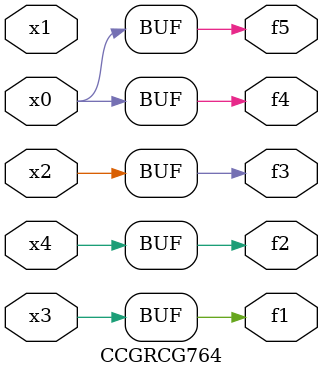
<source format=v>
module CCGRCG764(
	input x0, x1, x2, x3, x4,
	output f1, f2, f3, f4, f5
);
	assign f1 = x3;
	assign f2 = x4;
	assign f3 = x2;
	assign f4 = x0;
	assign f5 = x0;
endmodule

</source>
